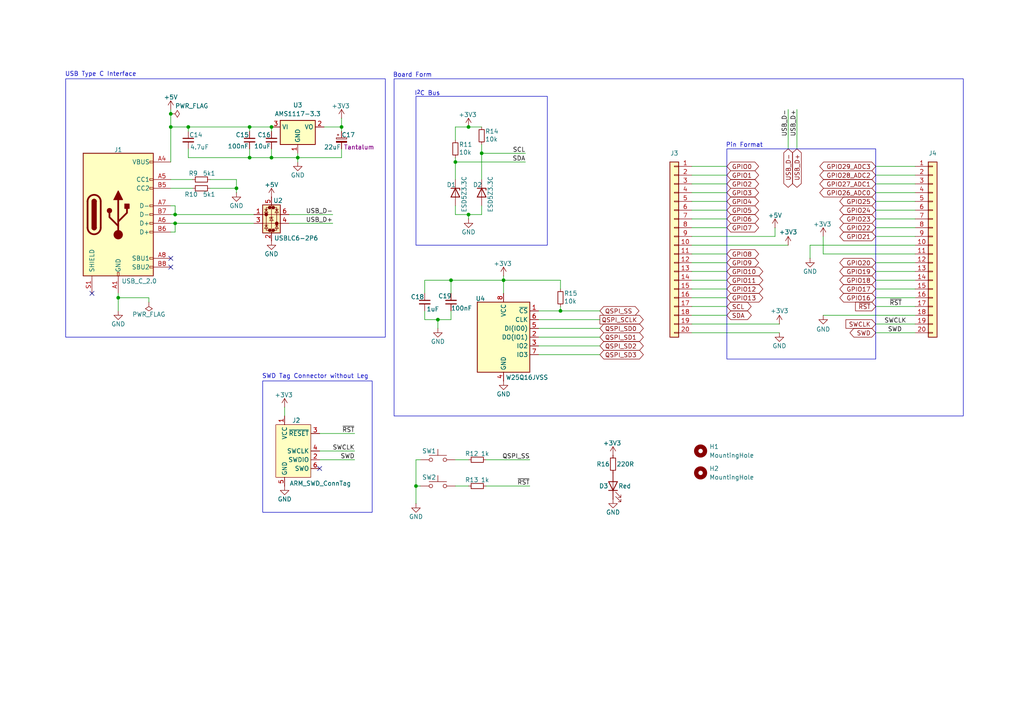
<source format=kicad_sch>
(kicad_sch (version 20231120) (generator "eeschema") (generator_version "8.0")
  (paper "A4")
  (title_block (title "RP2040 Development Board") (date "2024-11-20") (rev "1.0") (company "Pyae Sone Heine"))
  (lib_symbols
    (symbol "Connector:Conn_ARM_SWD_TagConnect_TC2030-NL" (in_bom no)
      (property "Reference" "J" (at 2.54 11.43 0))
      (property "Value" "Conn_ARM_SWD_TagConnect_TC2030-NL" (at 2.54 8.89 0))
      (symbol "Conn_ARM_SWD_TagConnect_TC2030-NL_0_0"
        (pin power_in line (at -2.54 10.16 270) (length 2.54) (name "VCC") (number "1"))
        (pin bidirectional line (at 7.62 -2.54 180) (length 2.54) (name "SWDIO") (number "2"))
        (pin open_collector line (at 7.62 5.08 180) (length 2.54) (name "~{RESET}") (number "3"))
        (pin output line (at 7.62 0 180) (length 2.54) (name "SWCLK") (number "4"))
        (pin power_in line (at -2.54 -10.16 90) (length 2.54) (name "GND") (number "5"))
        (pin input line (at 7.62 -5.08 180) (length 2.54) (name "SWO") (number "6"))
      )
      (symbol "Conn_ARM_SWD_TagConnect_TC2030-NL_0_1"
        (rectangle (start -5.08 7.62) (end 5.08 -7.62) (fill (type background)))
      )
    )
    (symbol "Connector:USB_C_Receptacle_USB2.0_16P" (pin_names (offset 1.016))
      (property "Reference" "J" (at 0 22.225 0))
      (property "Value" "USB_C_Receptacle_USB2.0_16P" (at 0 19.685 0))
      (symbol "USB_C_Receptacle_USB2.0_16P_0_0"
        (rectangle (start -0.254 -17.78) (end 0.254 -16.764))
        (rectangle (start 10.16 -14.986) (end 9.144 -15.494))
        (rectangle (start 10.16 -12.446) (end 9.144 -12.954))
        (rectangle (start 10.16 -4.826) (end 9.144 -5.334))
        (rectangle (start 10.16 -2.286) (end 9.144 -2.794))
        (rectangle (start 10.16 0.254) (end 9.144 -0.254))
        (rectangle (start 10.16 2.794) (end 9.144 2.286))
        (rectangle (start 10.16 7.874) (end 9.144 7.366))
        (rectangle (start 10.16 10.414) (end 9.144 9.906))
        (rectangle (start 10.16 15.494) (end 9.144 14.986))
      )
      (symbol "USB_C_Receptacle_USB2.0_16P_0_1"
        (rectangle (start -10.16 17.78) (end 10.16 -17.78) (stroke (width 0.254)) (fill (type background)))
        (arc (start -8.89 -3.81) (mid -6.985 -5.7067) (end -5.08 -3.81) (stroke (width 0.508)))
        (arc (start -7.62 -3.81) (mid -6.985 -4.4423) (end -6.35 -3.81) (stroke (width 0.254)))
        (arc (start -7.62 -3.81) (mid -6.985 -4.4423) (end -6.35 -3.81) (stroke (width 0.254)) (fill (type outline)))
        (rectangle (start -7.62 -3.81) (end -6.35 3.81) (stroke (width 0.254)) (fill (type outline)))
        (arc (start -6.35 3.81) (mid -6.985 4.4423) (end -7.62 3.81) (stroke (width 0.254)))
        (arc (start -6.35 3.81) (mid -6.985 4.4423) (end -7.62 3.81) (stroke (width 0.254)) (fill (type outline)))
        (arc (start -5.08 3.81) (mid -6.985 5.7067) (end -8.89 3.81) (stroke (width 0.508)))
        (circle (center -2.54 1.143) (radius 0.635) (stroke (width 0.254)) (fill (type outline)))
        (circle (center 0 -5.842) (radius 1.27) (fill (type outline)))
        (polyline (pts (xy -8.89 -3.81) (xy -8.89 3.81)) (stroke (width 0.508)))
        (polyline (pts (xy -5.08 3.81) (xy -5.08 -3.81)) (stroke (width 0.508)))
        (polyline (pts (xy 0 -5.842) (xy 0 4.318)) (stroke (width 0.508)))
        (polyline (pts (xy 0 -3.302) (xy -2.54 -0.762) (xy -2.54 0.508)) (stroke (width 0.508)))
        (polyline (pts (xy 0 -2.032) (xy 2.54 0.508) (xy 2.54 1.778)) (stroke (width 0.508)))
        (polyline (pts (xy -1.27 4.318) (xy 0 6.858) (xy 1.27 4.318) (xy -1.27 4.318)) (stroke (width 0.254)) (fill (type outline)))
        (rectangle (start 1.905 1.778) (end 3.175 3.048) (stroke (width 0.254)) (fill (type outline)))
      )
      (symbol "USB_C_Receptacle_USB2.0_16P_1_1"
        (pin passive line (at 0 -22.86 90) (length 5.08) (name "GND") (number "A1"))
        (pin passive line (at 0 -22.86 90) (length 5.08) hide (name "GND") (number "A12"))
        (pin passive line (at 15.24 15.24 180) (length 5.08) (name "VBUS") (number "A4"))
        (pin bidirectional line (at 15.24 10.16 180) (length 5.08) (name "CC1") (number "A5"))
        (pin bidirectional line (at 15.24 -2.54 180) (length 5.08) (name "D+") (number "A6"))
        (pin bidirectional line (at 15.24 2.54 180) (length 5.08) (name "D-") (number "A7"))
        (pin bidirectional line (at 15.24 -12.7 180) (length 5.08) (name "SBU1") (number "A8"))
        (pin passive line (at 15.24 15.24 180) (length 5.08) hide (name "VBUS") (number "A9"))
        (pin passive line (at 0 -22.86 90) (length 5.08) hide (name "GND") (number "B1"))
        (pin passive line (at 0 -22.86 90) (length 5.08) hide (name "GND") (number "B12"))
        (pin passive line (at 15.24 15.24 180) (length 5.08) hide (name "VBUS") (number "B4"))
        (pin bidirectional line (at 15.24 7.62 180) (length 5.08) (name "CC2") (number "B5"))
        (pin bidirectional line (at 15.24 -5.08 180) (length 5.08) (name "D+") (number "B6"))
        (pin bidirectional line (at 15.24 0 180) (length 5.08) (name "D-") (number "B7"))
        (pin bidirectional line (at 15.24 -15.24 180) (length 5.08) (name "SBU2") (number "B8"))
        (pin passive line (at 15.24 15.24 180) (length 5.08) hide (name "VBUS") (number "B9"))
        (pin passive line (at -7.62 -22.86 90) (length 5.08) (name "SHIELD") (number "S1"))
      )
    )
    (symbol "Connector_Generic:Conn_01x20" (pin_names (offset 1.016) hide)
      (property "Reference" "J" (at 0 25.4 0))
      (property "Value" "Conn_01x20" (at 0 -27.94 0))
      (symbol "Conn_01x20_1_1"
        (rectangle (start -1.27 -25.273) (end 0 -25.527) (stroke (width 0.1524)))
        (rectangle (start -1.27 -22.733) (end 0 -22.987) (stroke (width 0.1524)))
        (rectangle (start -1.27 -20.193) (end 0 -20.447) (stroke (width 0.1524)))
        (rectangle (start -1.27 -17.653) (end 0 -17.907) (stroke (width 0.1524)))
        (rectangle (start -1.27 -15.113) (end 0 -15.367) (stroke (width 0.1524)))
        (rectangle (start -1.27 -12.573) (end 0 -12.827) (stroke (width 0.1524)))
        (rectangle (start -1.27 -10.033) (end 0 -10.287) (stroke (width 0.1524)))
        (rectangle (start -1.27 -7.493) (end 0 -7.747) (stroke (width 0.1524)))
        (rectangle (start -1.27 -4.953) (end 0 -5.207) (stroke (width 0.1524)))
        (rectangle (start -1.27 -2.413) (end 0 -2.667) (stroke (width 0.1524)))
        (rectangle (start -1.27 0.127) (end 0 -0.127) (stroke (width 0.1524)))
        (rectangle (start -1.27 2.667) (end 0 2.413) (stroke (width 0.1524)))
        (rectangle (start -1.27 5.207) (end 0 4.953) (stroke (width 0.1524)))
        (rectangle (start -1.27 7.747) (end 0 7.493) (stroke (width 0.1524)))
        (rectangle (start -1.27 10.287) (end 0 10.033) (stroke (width 0.1524)))
        (rectangle (start -1.27 12.827) (end 0 12.573) (stroke (width 0.1524)))
        (rectangle (start -1.27 15.367) (end 0 15.113) (stroke (width 0.1524)))
        (rectangle (start -1.27 17.907) (end 0 17.653) (stroke (width 0.1524)))
        (rectangle (start -1.27 20.447) (end 0 20.193) (stroke (width 0.1524)))
        (rectangle (start -1.27 22.987) (end 0 22.733) (stroke (width 0.1524)))
        (rectangle (start -1.27 24.13) (end 1.27 -26.67) (stroke (width 0.254)) (fill (type background)))
        (pin passive line (at -5.08 22.86 0) (length 3.81) (name "Pin_1") (number "1"))
        (pin passive line (at -5.08 0 0) (length 3.81) (name "Pin_10") (number "10"))
        (pin passive line (at -5.08 -2.54 0) (length 3.81) (name "Pin_11") (number "11"))
        (pin passive line (at -5.08 -5.08 0) (length 3.81) (name "Pin_12") (number "12"))
        (pin passive line (at -5.08 -7.62 0) (length 3.81) (name "Pin_13") (number "13"))
        (pin passive line (at -5.08 -10.16 0) (length 3.81) (name "Pin_14") (number "14"))
        (pin passive line (at -5.08 -12.7 0) (length 3.81) (name "Pin_15") (number "15"))
        (pin passive line (at -5.08 -15.24 0) (length 3.81) (name "Pin_16") (number "16"))
        (pin passive line (at -5.08 -17.78 0) (length 3.81) (name "Pin_17") (number "17"))
        (pin passive line (at -5.08 -20.32 0) (length 3.81) (name "Pin_18") (number "18"))
        (pin passive line (at -5.08 -22.86 0) (length 3.81) (name "Pin_19") (number "19"))
        (pin passive line (at -5.08 20.32 0) (length 3.81) (name "Pin_2") (number "2"))
        (pin passive line (at -5.08 -25.4 0) (length 3.81) (name "Pin_20") (number "20"))
        (pin passive line (at -5.08 17.78 0) (length 3.81) (name "Pin_3") (number "3"))
        (pin passive line (at -5.08 15.24 0) (length 3.81) (name "Pin_4") (number "4"))
        (pin passive line (at -5.08 12.7 0) (length 3.81) (name "Pin_5") (number "5"))
        (pin passive line (at -5.08 10.16 0) (length 3.81) (name "Pin_6") (number "6"))
        (pin passive line (at -5.08 7.62 0) (length 3.81) (name "Pin_7") (number "7"))
        (pin passive line (at -5.08 5.08 0) (length 3.81) (name "Pin_8") (number "8"))
        (pin passive line (at -5.08 2.54 0) (length 3.81) (name "Pin_9") (number "9"))
      )
    )
    (symbol "Device:C_Polarized_Small" (pin_numbers hide) (pin_names (offset 0.254) hide)
      (property "Reference" "C" (at 0.254 1.778 0))
      (property "Value" "C_Polarized_Small" (at 0.254 -2.032 0))
      (symbol "C_Polarized_Small_0_1"
        (rectangle (start -1.524 -0.3048) (end 1.524 -0.6858) (fill (type outline)))
        (rectangle (start -1.524 0.6858) (end 1.524 0.3048))
        (polyline (pts (xy -1.27 1.524) (xy -0.762 1.524)))
        (polyline (pts (xy -1.016 1.27) (xy -1.016 1.778)))
      )
      (symbol "C_Polarized_Small_1_1"
        (pin passive line (at 0 2.54 270) (length 1.8542) (name "~") (number "1"))
        (pin passive line (at 0 -2.54 90) (length 1.8542) (name "~") (number "2"))
      )
    )
    (symbol "Device:C_Small" (pin_numbers hide) (pin_names (offset 0.254) hide)
      (property "Reference" "C" (at 0.254 1.778 0))
      (property "Value" "C_Small" (at 0.254 -2.032 0))
      (symbol "C_Small_0_1"
        (polyline (pts (xy -1.524 -0.508) (xy 1.524 -0.508)) (stroke (width 0.3302)))
        (polyline (pts (xy -1.524 0.508) (xy 1.524 0.508)) (stroke (width 0.3048)))
      )
      (symbol "C_Small_1_1"
        (pin passive line (at 0 2.54 270) (length 2.032) (name "~") (number "1"))
        (pin passive line (at 0 -2.54 90) (length 2.032) (name "~") (number "2"))
      )
    )
    (symbol "Device:LED" (pin_numbers hide) (pin_names (offset 1.016) hide)
      (property "Reference" "D" (at 0 2.54 0))
      (property "Value" "LED" (at 0 -2.54 0))
      (symbol "LED_0_1"
        (polyline (pts (xy -1.27 -1.27) (xy -1.27 1.27)) (stroke (width 0.254)))
        (polyline (pts (xy -1.27 0) (xy 1.27 0)))
        (polyline (pts (xy 1.27 -1.27) (xy 1.27 1.27) (xy -1.27 0) (xy 1.27 -1.27)) (stroke (width 0.254)))
        (polyline (pts (xy -3.048 -0.762) (xy -4.572 -2.286) (xy -3.81 -2.286) (xy -4.572 -2.286) (xy -4.572 -1.524)))
        (polyline (pts (xy -1.778 -0.762) (xy -3.302 -2.286) (xy -2.54 -2.286) (xy -3.302 -2.286) (xy -3.302 -1.524)))
      )
      (symbol "LED_1_1"
        (pin passive line (at -3.81 0 0) (length 2.54) (name "K") (number "1"))
        (pin passive line (at 3.81 0 180) (length 2.54) (name "A") (number "2"))
      )
    )
    (symbol "Device:R_Small" (pin_numbers hide) (pin_names (offset 0.254) hide)
      (property "Reference" "R" (at 0.762 0.508 0))
      (property "Value" "R_Small" (at 0.762 -1.016 0))
      (symbol "R_Small_0_1"
        (rectangle (start -0.762 1.778) (end 0.762 -1.778) (stroke (width 0.2032)))
      )
      (symbol "R_Small_1_1"
        (pin passive line (at 0 2.54 270) (length 0.762) (name "~") (number "1"))
        (pin passive line (at 0 -2.54 90) (length 0.762) (name "~") (number "2"))
      )
    )
    (symbol "Diode:ESD5Zxx" (pin_numbers hide) (pin_names hide)
      (property "Reference" "D" (at 0 2.54 0))
      (property "Value" "ESD5Zxx" (at 0 -2.54 0))
      (symbol "ESD5Zxx_0_1"
        (polyline (pts (xy 1.27 0) (xy -1.27 0)))
        (polyline (pts (xy -1.27 -1.27) (xy -1.27 1.27) (xy -0.762 1.27)) (stroke (width 0.254)))
        (polyline (pts (xy 1.27 -1.27) (xy 1.27 1.27) (xy -1.27 0) (xy 1.27 -1.27)) (stroke (width 0.254)))
      )
      (symbol "ESD5Zxx_1_1"
        (pin passive line (at -3.81 0 0) (length 2.54) (name "K") (number "1"))
        (pin passive line (at 3.81 0 180) (length 2.54) (name "A") (number "2"))
      )
    )
    (symbol "Mechanical:MountingHole" (pin_names (offset 1.016)) (exclude_from_sim yes) (in_bom no)
      (property "Reference" "H" (at 0 5.08 0))
      (property "Value" "MountingHole" (at 0 3.175 0))
      (symbol "MountingHole_0_1"
        (circle (center 0 0) (radius 1.27) (stroke (width 1.27)))
      )
    )
    (symbol "Memory_Flash:W25Q16JVSS"
      (property "Reference" "U" (at -6.35 11.43 0))
      (property "Value" "W25Q16JVSS" (at 7.62 11.43 0))
      (symbol "W25Q16JVSS_0_1"
        (rectangle (start -7.62 10.16) (end 7.62 -10.16) (stroke (width 0.254)) (fill (type background)))
      )
      (symbol "W25Q16JVSS_1_1"
        (pin input line (at -10.16 7.62 0) (length 2.54) (name "~{CS}") (number "1"))
        (pin bidirectional line (at -10.16 0 0) (length 2.54) (name "DO(IO1)") (number "2"))
        (pin bidirectional line (at -10.16 -2.54 0) (length 2.54) (name "IO2") (number "3"))
        (pin power_in line (at 0 -12.7 90) (length 2.54) (name "GND") (number "4"))
        (pin bidirectional line (at -10.16 2.54 0) (length 2.54) (name "DI(IO0)") (number "5"))
        (pin input line (at -10.16 5.08 0) (length 2.54) (name "CLK") (number "6"))
        (pin bidirectional line (at -10.16 -5.08 0) (length 2.54) (name "IO3") (number "7"))
        (pin power_in line (at 0 12.7 270) (length 2.54) (name "VCC") (number "8"))
      )
    )
    (symbol "Power_Protection:USBLC6-2P6" (pin_names hide)
      (property "Reference" "U" (at 0.635 5.715 0))
      (property "Value" "USBLC6-2P6" (at 0.635 3.81 0))
      (symbol "USBLC6-2P6_0_0"
        (circle (center -1.524 0) (radius 0.0001) (stroke (width 0.508)))
        (circle (center -0.508 -4.572) (radius 0.0001) (stroke (width 0.508)))
        (circle (center -0.508 2.032) (radius 0.0001) (stroke (width 0.508)))
        (circle (center 0.508 -4.572) (radius 0.0001) (stroke (width 0.508)))
        (circle (center 0.508 2.032) (radius 0.0001) (stroke (width 0.508)))
        (circle (center 1.524 -2.54) (radius 0.0001) (stroke (width 0.508)))
      )
      (symbol "USBLC6-2P6_0_1"
        (polyline (pts (xy -2.54 -2.54) (xy 2.54 -2.54)))
        (polyline (pts (xy -2.54 0) (xy 2.54 0)))
        (polyline (pts (xy -2.032 -3.048) (xy -1.016 -3.048)))
        (polyline (pts (xy -1.016 1.524) (xy -2.032 1.524)))
        (polyline (pts (xy 1.016 -3.048) (xy 2.032 -3.048)))
        (polyline (pts (xy 1.016 1.524) (xy 2.032 1.524)))
        (polyline (pts (xy -0.508 -1.143) (xy -0.508 -0.762) (xy 0.508 -0.762)))
        (polyline (pts (xy -2.032 0.508) (xy -1.016 0.508) (xy -1.524 1.524) (xy -2.032 0.508)))
        (polyline (pts (xy -1.016 -4.064) (xy -2.032 -4.064) (xy -1.524 -3.048) (xy -1.016 -4.064)))
        (polyline (pts (xy 0.508 -1.778) (xy -0.508 -1.778) (xy 0 -0.762) (xy 0.508 -1.778)))
        (polyline (pts (xy 2.032 -4.064) (xy 1.016 -4.064) (xy 1.524 -3.048) (xy 2.032 -4.064)))
        (polyline (pts (xy 2.032 0.508) (xy 1.016 0.508) (xy 1.524 1.524) (xy 2.032 0.508)))
        (polyline (pts (xy 0 2.54) (xy -0.508 2.032) (xy 0.508 2.032) (xy 0 1.524) (xy 0 -4.064) (xy -0.508 -4.572) (xy 0.508 -4.572) (xy 0 -5.08)))
      )
      (symbol "USBLC6-2P6_1_1"
        (rectangle (start -2.54 2.794) (end 2.54 -5.334) (stroke (width 0.254)) (fill (type background)))
        (polyline (pts (xy -0.508 2.032) (xy -1.524 2.032) (xy -1.524 -4.572) (xy -0.508 -4.572)))
        (polyline (pts (xy 0.508 -4.572) (xy 1.524 -4.572) (xy 1.524 2.032) (xy 0.508 2.032)))
        (pin passive line (at -5.08 0 0) (length 2.54) (name "I/O1") (number "1"))
        (pin passive line (at 0 -7.62 90) (length 2.54) (name "GND") (number "2"))
        (pin passive line (at -5.08 -2.54 0) (length 2.54) (name "I/O2") (number "3"))
        (pin passive line (at 5.08 -2.54 180) (length 2.54) (name "I/O2") (number "4"))
        (pin passive line (at 0 5.08 270) (length 2.54) (name "VBUS") (number "5"))
        (pin passive line (at 5.08 0 180) (length 2.54) (name "I/O1") (number "6"))
      )
    )
    (symbol "Regulator_Linear:AMS1117-3.3"
      (property "Reference" "U" (at -3.81 3.175 0))
      (property "Value" "AMS1117-3.3" (at 0 3.175 0))
      (symbol "AMS1117-3.3_0_1"
        (rectangle (start -5.08 -5.08) (end 5.08 1.905) (stroke (width 0.254)) (fill (type background)))
      )
      (symbol "AMS1117-3.3_1_1"
        (pin power_in line (at 0 -7.62 90) (length 2.54) (name "GND") (number "1"))
        (pin power_out line (at 7.62 0 180) (length 2.54) (name "VO") (number "2"))
        (pin power_in line (at -7.62 0 0) (length 2.54) (name "VI") (number "3"))
      )
    )
    (symbol "Switch:SW_Push" (pin_numbers hide) (pin_names (offset 1.016) hide)
      (property "Reference" "SW" (at 1.27 2.54 0))
      (property "Value" "SW_Push" (at 0 -1.524 0))
      (symbol "SW_Push_0_1"
        (circle (center -2.032 0) (radius 0.508))
        (polyline (pts (xy 0 1.27) (xy 0 3.048)))
        (polyline (pts (xy 2.54 1.27) (xy -2.54 1.27)))
        (circle (center 2.032 0) (radius 0.508))
        (pin passive line (at -5.08 0 0) (length 2.54) (name "1") (number "1"))
        (pin passive line (at 5.08 0 180) (length 2.54) (name "2") (number "2"))
      )
    )
    (symbol "power:+3V3" (power) (pin_numbers hide) (pin_names (offset 0) hide)
      (property "Value" "+3V3" (at 0 3.556 0))
      (symbol "+3V3_0_1"
        (polyline (pts (xy -0.762 1.27) (xy 0 2.54)))
        (polyline (pts (xy 0 0) (xy 0 2.54)))
        (polyline (pts (xy 0 2.54) (xy 0.762 1.27)))
      )
      (symbol "+3V3_1_1"
        (pin power_in line (at 0 0 90) (length 0) (name "~") (number "1"))
      )
    )
    (symbol "power:+5V" (power) (pin_numbers hide) (pin_names (offset 0) hide)
      (property "Value" "+5V" (at 0 3.556 0))
      (symbol "+5V_0_1"
        (polyline (pts (xy -0.762 1.27) (xy 0 2.54)))
        (polyline (pts (xy 0 0) (xy 0 2.54)))
        (polyline (pts (xy 0 2.54) (xy 0.762 1.27)))
      )
      (symbol "+5V_1_1"
        (pin power_in line (at 0 0 90) (length 0) (name "~") (number "1"))
      )
    )
    (symbol "power:GND" (power) (pin_numbers hide) (pin_names (offset 0) hide)
      (property "Value" "GND" (at 0 -3.81 0))
      (symbol "GND_0_1"
        (polyline (pts (xy 0 0) (xy 0 -1.27) (xy 1.27 -1.27) (xy 0 -2.54) (xy -1.27 -1.27) (xy 0 -1.27)))
      )
      (symbol "GND_1_1"
        (pin power_in line (at 0 0 270) (length 0) (name "~") (number "1"))
      )
    )
    (symbol "power:PWR_FLAG" (power) (pin_numbers hide) (pin_names (offset 0) hide)
      (property "Value" "PWR_FLAG" (at 0 3.81 0))
      (symbol "PWR_FLAG_0_0"
        (pin power_out line (at 0 0 90) (length 0) (name "~") (number "1"))
      )
      (symbol "PWR_FLAG_0_1"
        (polyline (pts (xy 0 0) (xy 0 1.27) (xy -1.016 1.905) (xy 0 2.54) (xy 1.016 1.905) (xy 0 1.27)))
      )
    )
  )
  (junction (at 132.08 46.99))
  (junction (at 49.53 36.83))
  (junction (at 162.56 90.17))
  (junction (at 72.39 36.83))
  (junction (at 120.65 140.97))
  (junction (at 139.7 44.45))
  (junction (at 130.81 81.28))
  (junction (at 50.8 62.23))
  (junction (at 78.74 45.72))
  (junction (at 68.58 54.61))
  (junction (at 86.36 45.72))
  (junction (at 78.74 36.83))
  (junction (at 146.05 81.28))
  (junction (at 54.61 36.83))
  (junction (at 99.06 36.83))
  (junction (at 135.89 62.23))
  (junction (at 135.89 36.83))
  (junction (at 34.29 86.36))
  (junction (at 127 92.71))
  (junction (at 49.53 33.02))
  (junction (at 50.8 64.77))
  (junction (at 72.39 45.72))
  (no_connect (at 49.53 74.93))
  (no_connect (at 26.67 85.09))
  (no_connect (at 92.71 135.89))
  (no_connect (at 49.53 77.47))
  (wire (pts (xy 86.36 45.72) (xy 86.36 46.99)))
  (wire (pts (xy 50.8 59.69) (xy 50.8 62.23)))
  (wire (pts (xy 130.81 90.17) (xy 130.81 92.71)))
  (wire (pts (xy 224.79 68.58) (xy 224.79 66.04)))
  (wire (pts (xy 140.97 140.97) (xy 153.67 140.97)))
  (wire (pts (xy 200.66 88.9) (xy 210.82 88.9)))
  (wire (pts (xy 49.53 31.75) (xy 49.53 33.02)))
  (wire (pts (xy 200.66 63.5) (xy 210.82 63.5)))
  (wire (pts (xy 86.36 44.45) (xy 86.36 45.72)))
  (wire (pts (xy 135.89 62.23) (xy 139.7 62.23)))
  (wire (pts (xy 200.66 50.8) (xy 210.82 50.8)))
  (wire (pts (xy 132.08 140.97) (xy 135.89 140.97)))
  (wire (pts (xy 228.6 31.75) (xy 228.6 43.18)))
  (wire (pts (xy 254 55.88) (xy 265.43 55.88)))
  (wire (pts (xy 146.05 81.28) (xy 146.05 85.09)))
  (wire (pts (xy 200.66 73.66) (xy 210.82 73.66)))
  (wire (pts (xy 200.66 53.34) (xy 210.82 53.34)))
  (wire (pts (xy 92.71 133.35) (xy 102.87 133.35)))
  (wire (pts (xy 162.56 83.82) (xy 162.56 81.28)))
  (wire (pts (xy 132.08 45.72) (xy 132.08 46.99)))
  (wire (pts (xy 156.21 100.33) (xy 173.99 100.33)))
  (wire (pts (xy 49.53 33.02) (xy 49.53 36.83)))
  (wire (pts (xy 200.66 71.12) (xy 228.6 71.12)))
  (wire (pts (xy 200.66 68.58) (xy 224.79 68.58)))
  (wire (pts (xy 60.96 54.61) (xy 68.58 54.61)))
  (wire (pts (xy 139.7 62.23) (xy 139.7 59.69)))
  (wire (pts (xy 127 92.71) (xy 123.19 92.71)))
  (wire (pts (xy 127 92.71) (xy 130.81 92.71)))
  (wire (pts (xy 92.71 130.81) (xy 102.87 130.81)))
  (wire (pts (xy 50.8 64.77) (xy 73.66 64.77)))
  (wire (pts (xy 83.82 62.23) (xy 96.52 62.23)))
  (wire (pts (xy 156.21 97.79) (xy 173.99 97.79)))
  (wire (pts (xy 49.53 62.23) (xy 50.8 62.23)))
  (wire (pts (xy 34.29 86.36) (xy 34.29 90.17)))
  (wire (pts (xy 254 63.5) (xy 265.43 63.5)))
  (wire (pts (xy 68.58 54.61) (xy 68.58 55.88)))
  (wire (pts (xy 135.89 36.83) (xy 132.08 36.83)))
  (wire (pts (xy 132.08 59.69) (xy 132.08 62.23)))
  (wire (pts (xy 72.39 43.18) (xy 72.39 45.72)))
  (wire (pts (xy 50.8 67.31) (xy 49.53 67.31)))
  (wire (pts (xy 120.65 133.35) (xy 120.65 140.97)))
  (wire (pts (xy 72.39 36.83) (xy 72.39 38.1)))
  (wire (pts (xy 121.92 133.35) (xy 120.65 133.35)))
  (wire (pts (xy 60.96 52.07) (xy 68.58 52.07)))
  (wire (pts (xy 254 68.58) (xy 265.43 68.58)))
  (wire (pts (xy 49.53 54.61) (xy 55.88 54.61)))
  (wire (pts (xy 49.53 52.07) (xy 55.88 52.07)))
  (wire (pts (xy 156.21 95.25) (xy 173.99 95.25)))
  (wire (pts (xy 127 95.25) (xy 127 92.71)))
  (wire (pts (xy 34.29 86.36) (xy 43.18 86.36)))
  (wire (pts (xy 49.53 64.77) (xy 50.8 64.77)))
  (wire (pts (xy 200.66 66.04) (xy 210.82 66.04)))
  (wire (pts (xy 238.76 68.58) (xy 238.76 73.66)))
  (wire (pts (xy 49.53 59.69) (xy 50.8 59.69)))
  (wire (pts (xy 254 66.04) (xy 265.43 66.04)))
  (wire (pts (xy 139.7 44.45) (xy 139.7 52.07)))
  (wire (pts (xy 200.66 86.36) (xy 210.82 86.36)))
  (wire (pts (xy 132.08 36.83) (xy 132.08 40.64)))
  (wire (pts (xy 54.61 45.72) (xy 72.39 45.72)))
  (wire (pts (xy 72.39 36.83) (xy 78.74 36.83)))
  (wire (pts (xy 200.66 58.42) (xy 210.82 58.42)))
  (wire (pts (xy 50.8 62.23) (xy 73.66 62.23)))
  (wire (pts (xy 54.61 43.18) (xy 54.61 45.72)))
  (wire (pts (xy 135.89 63.5) (xy 135.89 62.23)))
  (wire (pts (xy 162.56 90.17) (xy 173.99 90.17)))
  (wire (pts (xy 234.95 71.12) (xy 265.43 71.12)))
  (wire (pts (xy 254 60.96) (xy 265.43 60.96)))
  (wire (pts (xy 254 83.82) (xy 265.43 83.82)))
  (wire (pts (xy 93.98 36.83) (xy 99.06 36.83)))
  (wire (pts (xy 78.74 43.18) (xy 78.74 45.72)))
  (wire (pts (xy 83.82 64.77) (xy 96.52 64.77)))
  (wire (pts (xy 200.66 78.74) (xy 210.82 78.74)))
  (wire (pts (xy 200.66 48.26) (xy 210.82 48.26)))
  (wire (pts (xy 132.08 133.35) (xy 135.89 133.35)))
  (wire (pts (xy 156.21 102.87) (xy 173.99 102.87)))
  (wire (pts (xy 254 48.26) (xy 265.43 48.26)))
  (wire (pts (xy 234.95 74.93) (xy 234.95 71.12)))
  (wire (pts (xy 162.56 88.9) (xy 162.56 90.17)))
  (wire (pts (xy 200.66 93.98) (xy 226.06 93.98)))
  (wire (pts (xy 49.53 36.83) (xy 54.61 36.83)))
  (wire (pts (xy 139.7 44.45) (xy 152.4 44.45)))
  (wire (pts (xy 254 81.28) (xy 265.43 81.28)))
  (wire (pts (xy 200.66 91.44) (xy 210.82 91.44)))
  (wire (pts (xy 135.89 36.83) (xy 139.7 36.83)))
  (wire (pts (xy 238.76 73.66) (xy 265.43 73.66)))
  (wire (pts (xy 68.58 52.07) (xy 68.58 54.61)))
  (wire (pts (xy 200.66 60.96) (xy 210.82 60.96)))
  (wire (pts (xy 132.08 46.99) (xy 132.08 52.07)))
  (wire (pts (xy 130.81 81.28) (xy 130.81 85.09)))
  (wire (pts (xy 254 76.2) (xy 265.43 76.2)))
  (wire (pts (xy 72.39 45.72) (xy 78.74 45.72)))
  (wire (pts (xy 49.53 36.83) (xy 49.53 46.99)))
  (wire (pts (xy 99.06 45.72) (xy 86.36 45.72)))
  (wire (pts (xy 123.19 81.28) (xy 123.19 85.09)))
  (wire (pts (xy 254 86.36) (xy 265.43 86.36)))
  (wire (pts (xy 254 96.52) (xy 265.43 96.52)))
  (wire (pts (xy 254 78.74) (xy 265.43 78.74)))
  (wire (pts (xy 156.21 92.71) (xy 173.99 92.71)))
  (wire (pts (xy 99.06 43.18) (xy 99.06 45.72)))
  (wire (pts (xy 121.92 140.97) (xy 120.65 140.97)))
  (wire (pts (xy 200.66 76.2) (xy 210.82 76.2)))
  (wire (pts (xy 78.74 36.83) (xy 78.74 38.1)))
  (wire (pts (xy 78.74 45.72) (xy 86.36 45.72)))
  (wire (pts (xy 130.81 81.28) (xy 146.05 81.28)))
  (wire (pts (xy 140.97 133.35) (xy 153.67 133.35)))
  (wire (pts (xy 156.21 90.17) (xy 162.56 90.17)))
  (wire (pts (xy 82.55 118.11) (xy 82.55 120.65)))
  (wire (pts (xy 200.66 96.52) (xy 226.06 96.52)))
  (wire (pts (xy 54.61 36.83) (xy 54.61 38.1)))
  (wire (pts (xy 139.7 41.91) (xy 139.7 44.45)))
  (wire (pts (xy 200.66 81.28) (xy 210.82 81.28)))
  (wire (pts (xy 146.05 80.01) (xy 146.05 81.28)))
  (wire (pts (xy 254 93.98) (xy 265.43 93.98)))
  (wire (pts (xy 92.71 125.73) (xy 102.87 125.73)))
  (wire (pts (xy 200.66 55.88) (xy 210.82 55.88)))
  (wire (pts (xy 238.76 91.44) (xy 265.43 91.44)))
  (wire (pts (xy 99.06 34.29) (xy 99.06 36.83)))
  (wire (pts (xy 254 58.42) (xy 265.43 58.42)))
  (wire (pts (xy 34.29 85.09) (xy 34.29 86.36)))
  (wire (pts (xy 231.14 31.75) (xy 231.14 43.18)))
  (wire (pts (xy 123.19 92.71) (xy 123.19 90.17)))
  (wire (pts (xy 132.08 46.99) (xy 152.4 46.99)))
  (wire (pts (xy 120.65 140.97) (xy 120.65 146.05)))
  (wire (pts (xy 50.8 64.77) (xy 50.8 67.31)))
  (wire (pts (xy 54.61 36.83) (xy 72.39 36.83)))
  (wire (pts (xy 254 88.9) (xy 265.43 88.9)))
  (wire (pts (xy 123.19 81.28) (xy 130.81 81.28)))
  (wire (pts (xy 254 50.8) (xy 265.43 50.8)))
  (wire (pts (xy 132.08 62.23) (xy 135.89 62.23)))
  (wire (pts (xy 99.06 36.83) (xy 99.06 38.1)))
  (wire (pts (xy 200.66 83.82) (xy 210.82 83.82)))
  (wire (pts (xy 162.56 81.28) (xy 146.05 81.28)))
  (wire (pts (xy 254 53.34) (xy 265.43 53.34)))
  (wire (pts (xy 43.18 86.36) (xy 43.18 87.63)))
  (rectangle (start 19.05 22.86) (end 111.76 97.79))
  (rectangle (start 114.3 22.86) (end 279.4 120.65))
  (rectangle (start 120.65 27.94) (end 158.75 71.12))
  (rectangle (start 210.82 43.18) (end 254 104.14))
  (rectangle (start 76.2 110.49) (end 107.95 148.59))
  (text "USB Type C Interface" (at 29.21 21.59 0) (effects (font (size 1.27 1.27))))
  (text "Board Form\n\n" (at 119.634 22.86 0) (effects (font (size 1.27 1.27))))
  (text "I^{2}C Bus\n" (at 123.952 27.178 0) (effects (font (size 1.27 1.27))))
  (text "SWD Tag Connector without Leg" (at 91.44 109.22 0) (effects (font (size 1.27 1.27))))
  (text "Pin Format" (at 215.9 42.164 0) (effects (font (size 1.27 1.27))))
  (label "USB_D-" (at 96.52 62.23 180))
  (label "~{RST}" (at 153.67 140.97 180))
  (label "SWCLK" (at 262.89 93.98 180))
  (label "SWD" (at 102.87 133.35 180))
  (label "SWD" (at 261.62 96.52 180))
  (label "~{RST}" (at 261.62 88.9 180))
  (label "USB_D-" (at 228.6 31.75 270))
  (label "USB_D+" (at 231.14 31.75 270))
  (label "QSPI_SS" (at 153.67 133.35 180))
  (label "SDA" (at 152.4 46.99 180))
  (label "SWCLK" (at 102.87 130.81 180))
  (label "USB_D+" (at 96.52 64.77 180))
  (label "~{RST}" (at 102.87 125.73 180))
  (label "SCL" (at 152.4 44.45 180))
  (global_label "GPIO27_ADC1" (shape bidirectional) (at 254 53.34 180) (property "Intersheetrefs" "${INTERSHEET_REFS}" (effects (hide yes))))
  (global_label "GPIO16" (shape bidirectional) (at 254 86.36 180) (property "Intersheetrefs" "${INTERSHEET_REFS}" (effects (hide yes))))
  (global_label "QSPI_SD1" (shape bidirectional) (at 173.99 97.79 0) (property "Intersheetrefs" "${INTERSHEET_REFS}" (effects (hide yes))))
  (global_label "GPIO11" (shape bidirectional) (at 210.82 81.28 0) (property "Intersheetrefs" "${INTERSHEET_REFS}" (effects (hide yes))))
  (global_label "GPIO7" (shape bidirectional) (at 210.82 66.04 0) (property "Intersheetrefs" "${INTERSHEET_REFS}" (effects (hide yes))))
  (global_label "GPIO10" (shape bidirectional) (at 210.82 78.74 0) (property "Intersheetrefs" "${INTERSHEET_REFS}" (effects (hide yes))))
  (global_label "QSPI_SCLK" (shape output) (at 173.99 92.71 0) (property "Intersheetrefs" "${INTERSHEET_REFS}" (effects (hide yes))))
  (global_label "QSPI_SS" (shape bidirectional) (at 173.99 90.17 0) (property "Intersheetrefs" "${INTERSHEET_REFS}" (effects (hide yes))))
  (global_label "QSPI_SD0" (shape bidirectional) (at 173.99 95.25 0) (property "Intersheetrefs" "${INTERSHEET_REFS}" (effects (hide yes))))
  (global_label "GPIO2" (shape bidirectional) (at 210.82 53.34 0) (property "Intersheetrefs" "${INTERSHEET_REFS}" (effects (hide yes))))
  (global_label "SDA" (shape bidirectional) (at 210.82 91.44 0) (property "Intersheetrefs" "${INTERSHEET_REFS}" (effects (hide yes))))
  (global_label "GPIO17" (shape bidirectional) (at 254 83.82 180) (property "Intersheetrefs" "${INTERSHEET_REFS}" (effects (hide yes))))
  (global_label "GPIO29_ADC3" (shape bidirectional) (at 254 48.26 180) (property "Intersheetrefs" "${INTERSHEET_REFS}" (effects (hide yes))))
  (global_label "GPIO0" (shape bidirectional) (at 210.82 48.26 0) (property "Intersheetrefs" "${INTERSHEET_REFS}" (effects (hide yes))))
  (global_label "~{RST}" (shape input) (at 254 88.9 180) (property "Intersheetrefs" "${INTERSHEET_REFS}" (effects (hide yes))))
  (global_label "GPIO4" (shape bidirectional) (at 210.82 58.42 0) (property "Intersheetrefs" "${INTERSHEET_REFS}" (effects (hide yes))))
  (global_label "USB_D-" (shape bidirectional) (at 228.6 43.18 270) (property "Intersheetrefs" "${INTERSHEET_REFS}" (effects (hide yes))))
  (global_label "GPIO20" (shape bidirectional) (at 254 76.2 180) (property "Intersheetrefs" "${INTERSHEET_REFS}" (effects (hide yes))))
  (global_label "GPIO23" (shape bidirectional) (at 254 63.5 180) (property "Intersheetrefs" "${INTERSHEET_REFS}" (effects (hide yes))))
  (global_label "GPIO19" (shape bidirectional) (at 254 78.74 180) (property "Intersheetrefs" "${INTERSHEET_REFS}" (effects (hide yes))))
  (global_label "GPIO13" (shape bidirectional) (at 210.82 86.36 0) (property "Intersheetrefs" "${INTERSHEET_REFS}" (effects (hide yes))))
  (global_label "GPIO8" (shape bidirectional) (at 210.82 73.66 0) (property "Intersheetrefs" "${INTERSHEET_REFS}" (effects (hide yes))))
  (global_label "GPIO9" (shape bidirectional) (at 210.82 76.2 0) (property "Intersheetrefs" "${INTERSHEET_REFS}" (effects (hide yes))))
  (global_label "USB_D+" (shape bidirectional) (at 231.14 43.18 270) (property "Intersheetrefs" "${INTERSHEET_REFS}" (effects (hide yes))))
  (global_label "GPIO5" (shape bidirectional) (at 210.82 60.96 0) (property "Intersheetrefs" "${INTERSHEET_REFS}" (effects (hide yes))))
  (global_label "GPIO26_ADC0" (shape bidirectional) (at 254 55.88 180) (property "Intersheetrefs" "${INTERSHEET_REFS}" (effects (hide yes))))
  (global_label "QSPI_SD3" (shape bidirectional) (at 173.99 102.87 0) (property "Intersheetrefs" "${INTERSHEET_REFS}" (effects (hide yes))))
  (global_label "SWCLK" (shape input) (at 254 93.98 180) (property "Intersheetrefs" "${INTERSHEET_REFS}" (effects (hide yes))))
  (global_label "GPIO25" (shape bidirectional) (at 254 58.42 180) (property "Intersheetrefs" "${INTERSHEET_REFS}" (effects (hide yes))))
  (global_label "GPIO6" (shape bidirectional) (at 210.82 63.5 0) (property "Intersheetrefs" "${INTERSHEET_REFS}" (effects (hide yes))))
  (global_label "GPIO12" (shape bidirectional) (at 210.82 83.82 0) (property "Intersheetrefs" "${INTERSHEET_REFS}" (effects (hide yes))))
  (global_label "SWD" (shape bidirectional) (at 254 96.52 180) (property "Intersheetrefs" "${INTERSHEET_REFS}" (effects (hide yes))))
  (global_label "SCL" (shape bidirectional) (at 210.82 88.9 0) (property "Intersheetrefs" "${INTERSHEET_REFS}" (effects (hide yes))))
  (global_label "GPIO1" (shape bidirectional) (at 210.82 50.8 0) (property "Intersheetrefs" "${INTERSHEET_REFS}" (effects (hide yes))))
  (global_label "GPIO24" (shape bidirectional) (at 254 60.96 180) (property "Intersheetrefs" "${INTERSHEET_REFS}" (effects (hide yes))))
  (global_label "GPIO28_ADC2" (shape bidirectional) (at 254 50.8 180) (property "Intersheetrefs" "${INTERSHEET_REFS}" (effects (hide yes))))
  (global_label "GPIO22" (shape bidirectional) (at 254 66.04 180) (property "Intersheetrefs" "${INTERSHEET_REFS}" (effects (hide yes))))
  (global_label "GPIO18" (shape bidirectional) (at 254 81.28 180) (property "Intersheetrefs" "${INTERSHEET_REFS}" (effects (hide yes))))
  (global_label "QSPI_SD2" (shape bidirectional) (at 173.99 100.33 0) (property "Intersheetrefs" "${INTERSHEET_REFS}" (effects (hide yes))))
  (global_label "GPIO21" (shape bidirectional) (at 254 68.58 180) (property "Intersheetrefs" "${INTERSHEET_REFS}" (effects (hide yes))))
  (global_label "GPIO3" (shape bidirectional) (at 210.82 55.88 0) (property "Intersheetrefs" "${INTERSHEET_REFS}" (effects (hide yes))))
  (symbol (lib_id "power:GND") (at 234.95 74.93 0) (mirror y) (unit 1)
    (property "Reference" "#PWR031" (effects (hide yes)))
    (property "Value" "GND" (at 234.95 78.74 0))
    (property "Description" "Power symbol creates a global label with name \"GND\" , ground" (effects (hide yes)))
  )
  (symbol (lib_id "power:+3V3") (at 135.89 36.83 0) (unit 1)
    (property "Reference" "#PWR021" (effects (hide yes)))
    (property "Value" "+3V3" (at 135.636 33.274 0))
    (property "Description" "Power symbol creates a global label with name \"+3V3\"" (effects (hide yes)))
  )
  (symbol (lib_id "Device:C_Polarized_Small") (at 99.06 40.64 0) (unit 1)
    (property "Reference" "C17" (at 99.06 39.116 0) (effects (justify left)))
    (property "Value" "22uF" (at 93.98 42.672 0) (effects (justify left)))
    (property "Footprint" "Capacitor_Tantalum_SMD:CP_EIA-3216-18_Kemet-A" (effects (hide yes)))
    (property "Description" "Polarized capacitor, small symbol" (effects (hide yes)))
    (property "Type" "Tantalum" (at 104.14 42.672 0))
  )
  (symbol (lib_id "Device:R_Small") (at 138.43 133.35 270) (unit 1)
    (property "Reference" "R12" (at 134.874 131.572 90) (effects (justify left)))
    (property "Value" "1k" (at 139.446 131.572 90) (effects (justify left)))
    (property "Footprint" "Resistor_SMD:R_0603_1608Metric" (effects (hide yes)))
  )
  (symbol (lib_id "power:PWR_FLAG") (at 43.18 87.63 180) (unit 1)
    (property "Reference" "#FLG01" (effects (hide yes)))
    (property "Value" "PWR_FLAG" (at 43.18 91.186 0))
    (property "Description" "Special symbol for telling ERC where power comes from" (effects (hide yes)))
  )
  (symbol (lib_id "power:GND") (at 146.05 110.49 0) (unit 1)
    (property "Reference" "#PWR024" (effects (hide yes)))
    (property "Value" "GND" (at 146.05 114.3 0))
    (property "Description" "Power symbol creates a global label with name \"GND\" , ground" (effects (hide yes)))
  )
  (symbol (lib_id "power:GND") (at 86.36 46.99 0) (unit 1)
    (property "Reference" "#PWR017" (effects (hide yes)))
    (property "Value" "GND" (at 86.36 50.8 0))
    (property "Description" "Power symbol creates a global label with name \"GND\" , ground" (effects (hide yes)))
  )
  (symbol (lib_id "power:+3V3") (at 99.06 34.29 0) (unit 1)
    (property "Reference" "#PWR018" (effects (hide yes)))
    (property "Value" "+3V3" (at 98.806 30.734 0))
    (property "Description" "Power symbol creates a global label with name \"+3V3\"" (effects (hide yes)))
  )
  (symbol (lib_id "power:GND") (at 78.74 69.85 0) (unit 1)
    (property "Reference" "#PWR014" (effects (hide yes)))
    (property "Value" "GND" (at 78.74 73.66 0))
    (property "Description" "Power symbol creates a global label with name \"GND\" , ground" (effects (hide yes)))
  )
  (symbol (lib_id "Diode:ESD5Zxx") (at 132.08 55.88 270) (unit 1)
    (property "Reference" "D1" (at 129.54 53.594 90) (effects (justify left)))
    (property "Value" "ESD5Z3.3C" (at 134.62 51.054 0) (effects (justify left)))
    (property "Footprint" "Diode_SMD:D_SOD-523" (effects (hide yes)))
    (property "Datasheet" "https://www.onsemi.com/pdf/datasheet/esd5z2.5t1-d.pdf" (effects (hide yes)))
    (property "Description" "ESD Protection Diode, SOD-523" (effects (hide yes)))
  )
  (symbol (lib_id "Device:R_Small") (at 177.8 134.62 0) (unit 1)
    (property "Reference" "R16" (at 172.974 134.62 0) (effects (justify left)))
    (property "Value" "220R" (at 178.816 134.62 0) (effects (justify left)))
    (property "Footprint" "Resistor_SMD:R_0603_1608Metric" (effects (hide yes)))
    (property "Description" "Resistor, small symbol" (effects (hide yes)))
  )
  (symbol (lib_id "Device:R_Small") (at 132.08 43.18 0) (unit 1)
    (property "Reference" "R11" (at 133.096 41.91 0) (effects (justify left)))
    (property "Value" "10k" (at 133.096 44.196 0) (effects (justify left)))
    (property "Footprint" "Resistor_SMD:R_0402_1005Metric" (effects (hide yes)))
    (property "Description" "Resistor, small symbol" (effects (hide yes)))
  )
  (symbol (lib_id "Memory_Flash:W25Q16JVSS") (at 146.05 97.79 0) (mirror y) (unit 1)
    (property "Reference" "U4" (at 140.716 86.614 0) (effects (justify left)))
    (property "Value" "W25Q16JVSS" (at 159.004 109.474 0) (effects (justify left)))
    (property "Footprint" "Package_SO:SOIC-8_5.275x5.275mm_P1.27mm" (effects (hide yes)))
    (property "Datasheet" "https://www.winbond.com/hq/support/documentation/levelOne.jsp?__locale=en&DocNo=DA00-W25Q16JV.1" (effects (hide yes)))
    (property "Description" "16Mb Serial Flash Memory, Standard/Dual/Quad SPI, SOIC-8" (effects (hide yes)))
  )
  (symbol (lib_id "Connector:Conn_ARM_SWD_TagConnect_TC2030-NL") (at 85.09 130.81 0) (unit 1) (in_bom no)
    (property "Reference" "J2" (at 87.122 121.92 0) (effects (justify right)))
    (property "Value" "ARM_SWD_ConnTag" (at 101.854 140.208 0) (effects (justify right)))
    (property "Footprint" "Connector:Tag-Connect_TC2030-IDC-NL_2x03_P1.27mm_Vertical" (effects (hide yes)))
    (property "Datasheet" "https://www.tag-connect.com/wp-content/uploads/bsk-pdf-manager/TC2030-CTX_1.pdf" (effects (hide yes)))
    (property "Description" "Tag-Connect ARM Cortex SWD JTAG connector, 6 pin, no legs" (effects (hide yes)))
  )
  (symbol (lib_id "Mechanical:MountingHole") (at 203.2 137.16 0) (unit 1) (exclude_from_sim yes) (in_bom no)
    (property "Reference" "H2" (at 205.74 135.8899 0) (effects (justify left)))
    (property "Value" "MountingHole" (at 205.74 138.4299 0) (effects (justify left)))
    (property "Footprint" "MountingHole:MountingHole_2.2mm_M2" (effects (hide yes)))
    (property "Description" "Mounting Hole without connection" (effects (hide yes)))
  )
  (symbol (lib_id "power:GND") (at 34.29 90.17 0) (unit 1)
    (property "Reference" "#PWR010" (effects (hide yes)))
    (property "Value" "GND" (at 34.29 93.98 0))
    (property "Description" "Power symbol creates a global label with name \"GND\" , ground" (effects (hide yes)))
  )
  (symbol (lib_id "power:+3V3") (at 146.05 80.01 0) (unit 1)
    (property "Reference" "#PWR023" (effects (hide yes)))
    (property "Value" "+3V3" (at 145.796 76.454 0))
    (property "Description" "Power symbol creates a global label with name \"+3V3\"" (effects (hide yes)))
  )
  (symbol (lib_id "power:+5V") (at 49.53 31.75 0) (unit 1)
    (property "Reference" "#PWR011" (effects (hide yes)))
    (property "Value" "+5V" (at 49.53 28.194 0))
    (property "Description" "Power symbol creates a global label with name \"+5V\"" (effects (hide yes)))
  )
  (symbol (lib_id "Device:LED") (at 177.8 140.97 90) (unit 1)
    (property "Reference" "D3" (at 173.736 140.97 90) (effects (justify right)))
    (property "Value" "Red" (at 179.324 140.97 90) (effects (justify right)))
    (property "Footprint" "LED_SMD:LED_0603_1608Metric" (effects (hide yes)))
    (property "Description" "Light emitting diode" (effects (hide yes)))
  )
  (symbol (lib_id "Device:R_Small") (at 58.42 54.61 90) (mirror x) (unit 1)
    (property "Reference" "R10" (at 57.404 56.388 90) (effects (justify left)))
    (property "Value" "5k1" (at 62.484 56.388 90) (effects (justify left)))
    (property "Footprint" "Resistor_SMD:R_0402_1005Metric" (effects (hide yes)))
    (property "Description" "Resistor, small symbol" (effects (hide yes)))
  )
  (symbol (lib_id "Device:C_Small") (at 130.81 87.63 180) (unit 1)
    (property "Reference" "C19" (at 129.032 85.852 0))
    (property "Value" "100nF" (at 133.858 89.408 0))
    (property "Footprint" "Capacitor_SMD:C_0402_1005Metric" (effects (hide yes)))
    (property "Description" "Unpolarized capacitor, small symbol" (effects (hide yes)))
  )
  (symbol (lib_id "power:GND") (at 135.89 63.5 0) (unit 1)
    (property "Reference" "#PWR022" (effects (hide yes)))
    (property "Value" "GND" (at 135.89 67.31 0))
    (property "Description" "Power symbol creates a global label with name \"GND\" , ground" (effects (hide yes)))
  )
  (symbol (lib_id "power:+3V3") (at 82.55 118.11 0) (unit 1)
    (property "Reference" "#PWR015" (effects (hide yes)))
    (property "Value" "+3V3" (at 82.296 114.554 0))
    (property "Description" "Power symbol creates a global label with name \"+3V3\"" (effects (hide yes)))
  )
  (symbol (lib_id "Device:C_Small") (at 54.61 40.64 0) (unit 1)
    (property "Reference" "C14" (at 54.864 39.116 0) (effects (justify left)))
    (property "Value" "4.7uF" (at 55.118 42.672 0) (effects (justify left)))
    (property "Footprint" "Capacitor_SMD:C_0603_1608Metric" (effects (hide yes)))
    (property "Description" "Unpolarized capacitor, small symbol" (effects (hide yes)))
  )
  (symbol (lib_id "power:+3V3") (at 238.76 68.58 0) (unit 1)
    (property "Reference" "#PWR032" (effects (hide yes)))
    (property "Value" "+3V3" (at 238.506 65.024 0))
    (property "Description" "Power symbol creates a global label with name \"+3V3\"" (effects (hide yes)))
  )
  (symbol (lib_id "Mechanical:MountingHole") (at 203.2 130.81 0) (unit 1) (exclude_from_sim yes) (in_bom no)
    (property "Reference" "H1" (at 205.74 129.5399 0) (effects (justify left)))
    (property "Value" "MountingHole" (at 205.74 132.0799 0) (effects (justify left)))
    (property "Footprint" "MountingHole:MountingHole_2.2mm_M2" (effects (hide yes)))
    (property "Description" "Mounting Hole without connection" (effects (hide yes)))
  )
  (symbol (lib_id "Power_Protection:USBLC6-2P6") (at 78.74 62.23 0) (unit 1)
    (property "Reference" "U2" (at 79.248 58.166 0) (effects (justify left)))
    (property "Value" "USBLC6-2P6" (at 79.502 69.088 0) (effects (justify left)))
    (property "Footprint" "Package_TO_SOT_SMD:SOT-563" (effects (hide yes)))
    (property "Datasheet" "https://www.st.com/resource/en/datasheet/usblc6-2.pdf" (effects (hide yes)))
    (property "Description" "Very low capacitance ESD protection diode, 2 data-line, SOT-666" (effects (hide yes)))
  )
  (symbol (lib_id "Device:R_Small") (at 162.56 86.36 0) (unit 1)
    (property "Reference" "R15" (at 163.576 85.09 0) (effects (justify left)))
    (property "Value" "10k" (at 163.576 87.376 0) (effects (justify left)))
    (property "Footprint" "Resistor_SMD:R_0402_1005Metric" (effects (hide yes)))
    (property "Description" "Resistor, small symbol" (effects (hide yes)))
  )
  (symbol (lib_id "power:GND") (at 120.65 146.05 0) (unit 1)
    (property "Reference" "#PWR019" (effects (hide yes)))
    (property "Value" "GND" (at 120.65 149.86 0))
    (property "Description" "Power symbol creates a global label with name \"GND\" , ground" (effects (hide yes)))
  )
  (symbol (lib_id "Device:R_Small") (at 138.43 140.97 270) (unit 1)
    (property "Reference" "R13" (at 134.874 139.192 90) (effects (justify left)))
    (property "Value" "1k" (at 139.446 139.192 90) (effects (justify left)))
    (property "Footprint" "Resistor_SMD:R_0603_1608Metric" (effects (hide yes)))
  )
  (symbol (lib_id "Device:C_Small") (at 123.19 87.63 0) (unit 1)
    (property "Reference" "C18" (at 119.126 86.106 0) (effects (justify left)))
    (property "Value" "1uF" (at 123.698 89.662 0) (effects (justify left)))
    (property "Footprint" "Capacitor_SMD:C_0402_1005Metric" (effects (hide yes)))
    (property "Description" "Unpolarized capacitor, small symbol" (effects (hide yes)))
  )
  (symbol (lib_id "Switch:SW_Push") (at 127 133.35 0) (unit 1)
    (property "Reference" "SW1" (at 124.46 130.81 0))
    (property "Value" "SW_Push" (effects (hide yes)))
    (property "Footprint" "Button_Switch_THT:SW_PUSH_6mm" (effects (hide yes)))
    (property "Description" "Push button switch, generic, two pins" (effects (hide yes)))
  )
  (symbol (lib_id "Device:C_Small") (at 72.39 40.64 0) (unit 1)
    (property "Reference" "C15" (at 68.326 39.116 0) (effects (justify left)))
    (property "Value" "100nF" (at 66.04 42.418 0) (effects (justify left)))
    (property "Footprint" "Capacitor_SMD:C_0402_1005Metric" (effects (hide yes)))
    (property "Description" "Unpolarized capacitor, small symbol" (effects (hide yes)))
  )
  (symbol (lib_id "Connector_Generic:Conn_01x20") (at 270.51 71.12 0) (unit 1)
    (property "Reference" "J4" (at 270.51 44.45 0))
    (property "Value" "Conn_01x20" (effects (hide yes)))
    (property "Footprint" "Connector_PinHeader_2.54mm:PinHeader_1x20_P2.54mm_Vertical" (effects (hide yes)))
    (property "Description" "Generic connector, single row, 01x20, script generated (kicad-library-utils/schlib/autogen/connector/)" (effects (hide yes)))
  )
  (symbol (lib_id "power:+3V3") (at 228.6 71.12 0) (mirror y) (unit 1)
    (property "Reference" "#PWR030" (effects (hide yes)))
    (property "Value" "+3V3" (at 228.6 67.31 0))
    (property "Description" "Power symbol creates a global label with name \"+3V3\"" (effects (hide yes)))
  )
  (symbol (lib_id "Device:C_Small") (at 78.74 40.64 0) (unit 1)
    (property "Reference" "C16" (at 74.676 39.116 0) (effects (justify left)))
    (property "Value" "10uF" (at 73.66 42.418 0) (effects (justify left)))
    (property "Footprint" "Capacitor_SMD:C_0805_2012Metric" (effects (hide yes)))
    (property "Description" "Unpolarized capacitor, small symbol" (effects (hide yes)))
  )
  (symbol (lib_id "power:+3V3") (at 177.8 132.08 0) (unit 1)
    (property "Reference" "#PWR025" (effects (hide yes)))
    (property "Value" "+3V3" (at 177.546 128.524 0))
    (property "Description" "Power symbol creates a global label with name \"+3V3\"" (effects (hide yes)))
  )
  (symbol (lib_id "Diode:ESD5Zxx") (at 139.7 55.88 270) (unit 1)
    (property "Reference" "D2" (at 137.16 53.594 90) (effects (justify left)))
    (property "Value" "ESD5Z3.3C" (at 142.24 51.054 0) (effects (justify left)))
    (property "Footprint" "Diode_SMD:D_SOD-523" (effects (hide yes)))
    (property "Datasheet" "https://www.onsemi.com/pdf/datasheet/esd5z2.5t1-d.pdf" (effects (hide yes)))
    (property "Description" "ESD Protection Diode, SOD-523" (effects (hide yes)))
  )
  (symbol (lib_id "power:GND") (at 226.06 96.52 0) (unit 1)
    (property "Reference" "#PWR029" (effects (hide yes)))
    (property "Value" "GND" (at 226.06 100.33 0))
    (property "Description" "Power symbol creates a global label with name \"GND\" , ground" (effects (hide yes)))
  )
  (symbol (lib_id "Connector:USB_C_Receptacle_USB2.0_16P") (at 34.29 62.23 0) (unit 1)
    (property "Reference" "J1" (at 34.29 43.434 0))
    (property "Value" "USB_C_2.0" (at 40.386 81.534 0))
    (property "Footprint" "Connector_USB:USB_C_Receptacle_HRO_TYPE-C-31-M-12" (effects (hide yes)))
    (property "Description" "USB 2.0-only 12P Type-C Receptacle connector" (effects (hide yes)))
  )
  (symbol (lib_id "power:+3V3") (at 226.06 93.98 0) (mirror y) (unit 1)
    (property "Reference" "#PWR028" (effects (hide yes)))
    (property "Value" "+3V3" (at 226.06 90.17 0))
    (property "Description" "Power symbol creates a global label with name \"+3V3\"" (effects (hide yes)))
  )
  (symbol (lib_id "Connector_Generic:Conn_01x20") (at 195.58 71.12 0) (mirror y) (unit 1)
    (property "Reference" "J3" (at 195.58 44.45 0))
    (property "Value" "Conn_01x20" (effects (hide yes)))
    (property "Footprint" "Connector_PinHeader_2.54mm:PinHeader_1x20_P2.54mm_Vertical" (effects (hide yes)))
    (property "Description" "Generic connector, single row, 01x20, script generated (kicad-library-utils/schlib/autogen/connector/)" (effects (hide yes)))
  )
  (symbol (lib_id "power:GND") (at 68.58 55.88 0) (unit 1)
    (property "Reference" "#PWR012" (effects (hide yes)))
    (property "Value" "GND" (at 68.58 59.69 0))
    (property "Description" "Power symbol creates a global label with name \"GND\" , ground" (effects (hide yes)))
  )
  (symbol (lib_id "Switch:SW_Push") (at 127 140.97 0) (unit 1)
    (property "Reference" "SW2" (at 124.46 138.43 0))
    (property "Value" "SW_Push" (effects (hide yes)))
    (property "Footprint" "Button_Switch_THT:SW_PUSH_6mm" (effects (hide yes)))
    (property "Description" "Push button switch, generic, two pins" (effects (hide yes)))
  )
  (symbol (lib_id "power:PWR_FLAG") (at 49.53 33.02 270) (mirror x) (unit 1)
    (property "Reference" "#FLG02" (effects (hide yes)))
    (property "Value" "PWR_FLAG" (at 55.626 30.734 90))
    (property "Description" "Special symbol for telling ERC where power comes from" (effects (hide yes)))
  )
  (symbol (lib_id "power:GND") (at 82.55 140.97 0) (unit 1)
    (property "Reference" "#PWR016" (effects (hide yes)))
    (property "Value" "GND" (at 82.55 144.78 0))
    (property "Description" "Power symbol creates a global label with name \"GND\" , ground" (effects (hide yes)))
  )
  (symbol (lib_id "Device:R_Small") (at 58.42 52.07 90) (unit 1)
    (property "Reference" "R9" (at 57.404 50.292 90) (effects (justify left)))
    (property "Value" "5k1" (at 62.484 50.292 90) (effects (justify left)))
    (property "Footprint" "Resistor_SMD:R_0402_1005Metric" (effects (hide yes)))
    (property "Description" "Resistor, small symbol" (effects (hide yes)))
  )
  (symbol (lib_id "power:+5V") (at 78.74 57.15 0) (unit 1)
    (property "Reference" "#PWR013" (effects (hide yes)))
    (property "Value" "+5V" (at 78.74 53.594 0))
    (property "Description" "Power symbol creates a global label with name \"+5V\"" (effects (hide yes)))
  )
  (symbol (lib_id "power:GND") (at 127 95.25 0) (unit 1)
    (property "Reference" "#PWR020" (effects (hide yes)))
    (property "Value" "GND" (at 127 99.06 0))
    (property "Description" "Power symbol creates a global label with name \"GND\" , ground" (effects (hide yes)))
  )
  (symbol (lib_id "power:GND") (at 238.76 91.44 0) (mirror y) (unit 1)
    (property "Reference" "#PWR033" (effects (hide yes)))
    (property "Value" "GND" (at 238.76 95.504 0))
    (property "Description" "Power symbol creates a global label with name \"GND\" , ground" (effects (hide yes)))
  )
  (symbol (lib_id "power:GND") (at 177.8 144.78 0) (unit 1)
    (property "Reference" "#PWR026" (effects (hide yes)))
    (property "Value" "GND" (at 177.8 148.59 0))
    (property "Description" "Power symbol creates a global label with name \"GND\" , ground" (effects (hide yes)))
  )
  (symbol (lib_id "Regulator_Linear:AMS1117-3.3") (at 86.36 36.83 0) (unit 1)
    (property "Reference" "U3" (at 86.36 30.48 0))
    (property "Value" "AMS1117-3.3" (at 86.36 33.02 0))
    (property "Footprint" "Package_TO_SOT_SMD:SOT-223-3_TabPin2" (effects (hide yes)))
    (property "Datasheet" "http://www.advanced-monolithic.com/pdf/ds1117.pdf" (effects (hide yes)))
    (property "Description" "1A Low Dropout regulator, positive, 3.3V fixed output, SOT-223" (effects (hide yes)))
  )
  (symbol (lib_id "Device:R_Small") (at 139.7 39.37 0) (unit 1)
    (property "Reference" "R14" (at 140.716 38.1 0) (effects (justify left)))
    (property "Value" "10k" (at 140.716 40.386 0) (effects (justify left)))
    (property "Footprint" "Resistor_SMD:R_0402_1005Metric" (effects (hide yes)))
    (property "Description" "Resistor, small symbol" (effects (hide yes)))
  )
  (symbol (lib_id "power:+5V") (at 224.79 66.04 0) (mirror y) (unit 1)
    (property "Reference" "#PWR027" (effects (hide yes)))
    (property "Value" "+5V" (at 224.79 62.484 0))
    (property "Description" "Power symbol creates a global label with name \"+5V\"" (effects (hide yes)))
  )
)
</source>
